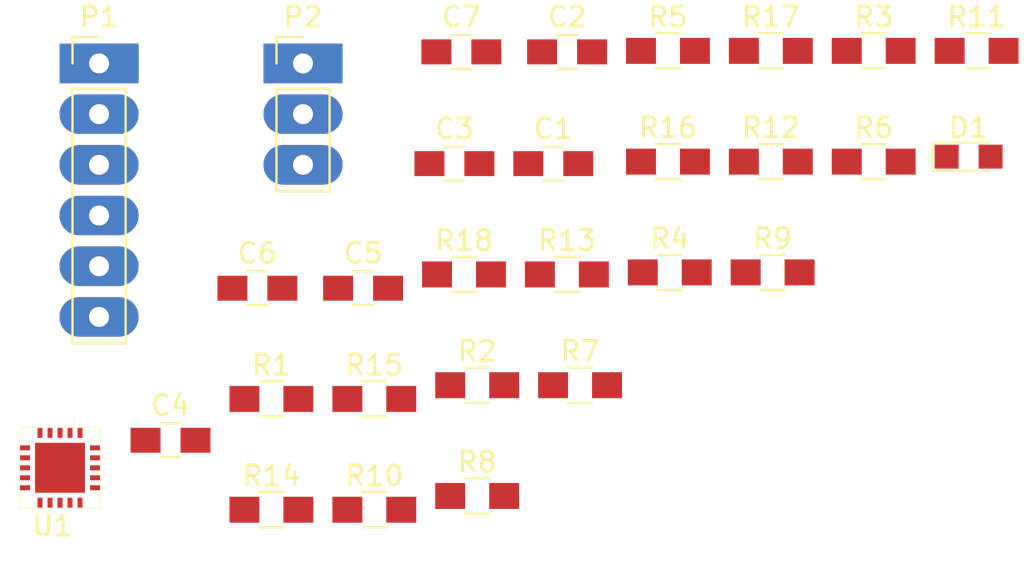
<source format=kicad_pcb>
(kicad_pcb (version 4) (host pcbnew 4.0.2-stable)

  (general
    (links 56)
    (no_connects 56)
    (area 0 0 0 0)
    (thickness 1.6)
    (drawings 0)
    (tracks 0)
    (zones 0)
    (modules 29)
    (nets 27)
  )

  (page A4)
  (layers
    (0 F.Cu signal)
    (31 B.Cu signal)
    (32 B.Adhes user)
    (33 F.Adhes user)
    (34 B.Paste user)
    (35 F.Paste user)
    (36 B.SilkS user)
    (37 F.SilkS user)
    (38 B.Mask user)
    (39 F.Mask user)
    (40 Dwgs.User user)
    (41 Cmts.User user)
    (42 Eco1.User user)
    (43 Eco2.User user)
    (44 Edge.Cuts user)
    (45 Margin user)
    (46 B.CrtYd user)
    (47 F.CrtYd user)
    (48 B.Fab user)
    (49 F.Fab user)
  )

  (setup
    (last_trace_width 0.25)
    (trace_clearance 0.2)
    (zone_clearance 0.508)
    (zone_45_only no)
    (trace_min 0.2)
    (segment_width 0.2)
    (edge_width 0.15)
    (via_size 0.6)
    (via_drill 0.4)
    (via_min_size 0.4)
    (via_min_drill 0.3)
    (uvia_size 0.3)
    (uvia_drill 0.1)
    (uvias_allowed no)
    (uvia_min_size 0.2)
    (uvia_min_drill 0.1)
    (pcb_text_width 0.3)
    (pcb_text_size 1.5 1.5)
    (mod_edge_width 0.15)
    (mod_text_size 1 1)
    (mod_text_width 0.15)
    (pad_size 1.524 1.524)
    (pad_drill 0.762)
    (pad_to_mask_clearance 0.2)
    (aux_axis_origin 0 0)
    (visible_elements FFFFFF7F)
    (pcbplotparams
      (layerselection 0x00030_80000001)
      (usegerberextensions false)
      (excludeedgelayer true)
      (linewidth 0.100000)
      (plotframeref false)
      (viasonmask false)
      (mode 1)
      (useauxorigin false)
      (hpglpennumber 1)
      (hpglpenspeed 20)
      (hpglpendiameter 15)
      (hpglpenoverlay 2)
      (psnegative false)
      (psa4output false)
      (plotreference true)
      (plotvalue true)
      (plotinvisibletext false)
      (padsonsilk false)
      (subtractmaskfromsilk false)
      (outputformat 1)
      (mirror false)
      (drillshape 1)
      (scaleselection 1)
      (outputdirectory ""))
  )

  (net 0 "")
  (net 1 "Net-(C1-Pad1)")
  (net 2 "Net-(C1-Pad2)")
  (net 3 /OPAMP+)
  (net 4 /REFOUT)
  (net 5 "Net-(C3-Pad1)")
  (net 6 /OUT)
  (net 7 VCC)
  (net 8 GND)
  (net 9 "Net-(C5-Pad1)")
  (net 10 /SW)
  (net 11 "Net-(C7-Pad1)")
  (net 12 "Net-(C7-Pad2)")
  (net 13 "Net-(D1-Pad2)")
  (net 14 /SDN)
  (net 15 /LOD+)
  (net 16 /LOD-)
  (net 17 "Net-(P2-Pad1)")
  (net 18 "Net-(P2-Pad2)")
  (net 19 "Net-(P2-Pad3)")
  (net 20 "Net-(R1-Pad1)")
  (net 21 "Net-(R3-Pad2)")
  (net 22 "Net-(R4-Pad2)")
  (net 23 /IAOUT)
  (net 24 /OPAMP-)
  (net 25 "Net-(R12-Pad1)")
  (net 26 "Net-(R17-Pad2)")

  (net_class Default "Esta es la clase de red por defecto."
    (clearance 0.2)
    (trace_width 0.25)
    (via_dia 0.6)
    (via_drill 0.4)
    (uvia_dia 0.3)
    (uvia_drill 0.1)
    (add_net /IAOUT)
    (add_net /LOD+)
    (add_net /LOD-)
    (add_net /OPAMP+)
    (add_net /OPAMP-)
    (add_net /OUT)
    (add_net /REFOUT)
    (add_net /SDN)
    (add_net /SW)
    (add_net GND)
    (add_net "Net-(C1-Pad1)")
    (add_net "Net-(C1-Pad2)")
    (add_net "Net-(C3-Pad1)")
    (add_net "Net-(C5-Pad1)")
    (add_net "Net-(C7-Pad1)")
    (add_net "Net-(C7-Pad2)")
    (add_net "Net-(D1-Pad2)")
    (add_net "Net-(P2-Pad1)")
    (add_net "Net-(P2-Pad2)")
    (add_net "Net-(P2-Pad3)")
    (add_net "Net-(R1-Pad1)")
    (add_net "Net-(R12-Pad1)")
    (add_net "Net-(R17-Pad2)")
    (add_net "Net-(R3-Pad2)")
    (add_net "Net-(R4-Pad2)")
    (add_net VCC)
  )

  (module Capacitors_SMD:C_0805_HandSoldering (layer F.Cu) (tedit 58AA84A8) (tstamp 59039EC5)
    (at 176.536601 110.7354)
    (descr "Capacitor SMD 0805, hand soldering")
    (tags "capacitor 0805")
    (path /58E96B07)
    (attr smd)
    (fp_text reference C1 (at 0 -1.75) (layer F.SilkS)
      (effects (font (size 1 1) (thickness 0.15)))
    )
    (fp_text value 1nF (at 0 1.75) (layer F.Fab)
      (effects (font (size 1 1) (thickness 0.15)))
    )
    (fp_text user %R (at 0 -1.75) (layer F.Fab)
      (effects (font (size 1 1) (thickness 0.15)))
    )
    (fp_line (start -1 0.62) (end -1 -0.62) (layer F.Fab) (width 0.1))
    (fp_line (start 1 0.62) (end -1 0.62) (layer F.Fab) (width 0.1))
    (fp_line (start 1 -0.62) (end 1 0.62) (layer F.Fab) (width 0.1))
    (fp_line (start -1 -0.62) (end 1 -0.62) (layer F.Fab) (width 0.1))
    (fp_line (start 0.5 -0.85) (end -0.5 -0.85) (layer F.SilkS) (width 0.12))
    (fp_line (start -0.5 0.85) (end 0.5 0.85) (layer F.SilkS) (width 0.12))
    (fp_line (start -2.25 -0.88) (end 2.25 -0.88) (layer F.CrtYd) (width 0.05))
    (fp_line (start -2.25 -0.88) (end -2.25 0.87) (layer F.CrtYd) (width 0.05))
    (fp_line (start 2.25 0.87) (end 2.25 -0.88) (layer F.CrtYd) (width 0.05))
    (fp_line (start 2.25 0.87) (end -2.25 0.87) (layer F.CrtYd) (width 0.05))
    (pad 1 smd rect (at -1.25 0) (size 1.5 1.25) (layers F.Cu F.Paste F.Mask)
      (net 1 "Net-(C1-Pad1)"))
    (pad 2 smd rect (at 1.25 0) (size 1.5 1.25) (layers F.Cu F.Paste F.Mask)
      (net 2 "Net-(C1-Pad2)"))
    (model Capacitors_SMD.3dshapes/C_0805.wrl
      (at (xyz 0 0 0))
      (scale (xyz 1 1 1))
      (rotate (xyz 0 0 0))
    )
  )

  (module Capacitors_SMD:C_0805_HandSoldering (layer F.Cu) (tedit 58AA84A8) (tstamp 59039ED6)
    (at 177.226601 105.1354)
    (descr "Capacitor SMD 0805, hand soldering")
    (tags "capacitor 0805")
    (path /58E96AC8)
    (attr smd)
    (fp_text reference C2 (at 0 -1.75) (layer F.SilkS)
      (effects (font (size 1 1) (thickness 0.15)))
    )
    (fp_text value 10nF (at 0 1.75) (layer F.Fab)
      (effects (font (size 1 1) (thickness 0.15)))
    )
    (fp_text user %R (at 0 -1.75) (layer F.Fab)
      (effects (font (size 1 1) (thickness 0.15)))
    )
    (fp_line (start -1 0.62) (end -1 -0.62) (layer F.Fab) (width 0.1))
    (fp_line (start 1 0.62) (end -1 0.62) (layer F.Fab) (width 0.1))
    (fp_line (start 1 -0.62) (end 1 0.62) (layer F.Fab) (width 0.1))
    (fp_line (start -1 -0.62) (end 1 -0.62) (layer F.Fab) (width 0.1))
    (fp_line (start 0.5 -0.85) (end -0.5 -0.85) (layer F.SilkS) (width 0.12))
    (fp_line (start -0.5 0.85) (end 0.5 0.85) (layer F.SilkS) (width 0.12))
    (fp_line (start -2.25 -0.88) (end 2.25 -0.88) (layer F.CrtYd) (width 0.05))
    (fp_line (start -2.25 -0.88) (end -2.25 0.87) (layer F.CrtYd) (width 0.05))
    (fp_line (start 2.25 0.87) (end 2.25 -0.88) (layer F.CrtYd) (width 0.05))
    (fp_line (start 2.25 0.87) (end -2.25 0.87) (layer F.CrtYd) (width 0.05))
    (pad 1 smd rect (at -1.25 0) (size 1.5 1.25) (layers F.Cu F.Paste F.Mask)
      (net 3 /OPAMP+))
    (pad 2 smd rect (at 1.25 0) (size 1.5 1.25) (layers F.Cu F.Paste F.Mask)
      (net 4 /REFOUT))
    (model Capacitors_SMD.3dshapes/C_0805.wrl
      (at (xyz 0 0 0))
      (scale (xyz 1 1 1))
      (rotate (xyz 0 0 0))
    )
  )

  (module Capacitors_SMD:C_0805_HandSoldering (layer F.Cu) (tedit 58AA84A8) (tstamp 59039EE7)
    (at 171.586601 110.7354)
    (descr "Capacitor SMD 0805, hand soldering")
    (tags "capacitor 0805")
    (path /58E96B94)
    (attr smd)
    (fp_text reference C3 (at 0 -1.75) (layer F.SilkS)
      (effects (font (size 1 1) (thickness 0.15)))
    )
    (fp_text value 1,5nF (at 0 1.75) (layer F.Fab)
      (effects (font (size 1 1) (thickness 0.15)))
    )
    (fp_text user %R (at 0 -1.75) (layer F.Fab)
      (effects (font (size 1 1) (thickness 0.15)))
    )
    (fp_line (start -1 0.62) (end -1 -0.62) (layer F.Fab) (width 0.1))
    (fp_line (start 1 0.62) (end -1 0.62) (layer F.Fab) (width 0.1))
    (fp_line (start 1 -0.62) (end 1 0.62) (layer F.Fab) (width 0.1))
    (fp_line (start -1 -0.62) (end 1 -0.62) (layer F.Fab) (width 0.1))
    (fp_line (start 0.5 -0.85) (end -0.5 -0.85) (layer F.SilkS) (width 0.12))
    (fp_line (start -0.5 0.85) (end 0.5 0.85) (layer F.SilkS) (width 0.12))
    (fp_line (start -2.25 -0.88) (end 2.25 -0.88) (layer F.CrtYd) (width 0.05))
    (fp_line (start -2.25 -0.88) (end -2.25 0.87) (layer F.CrtYd) (width 0.05))
    (fp_line (start 2.25 0.87) (end 2.25 -0.88) (layer F.CrtYd) (width 0.05))
    (fp_line (start 2.25 0.87) (end -2.25 0.87) (layer F.CrtYd) (width 0.05))
    (pad 1 smd rect (at -1.25 0) (size 1.5 1.25) (layers F.Cu F.Paste F.Mask)
      (net 5 "Net-(C3-Pad1)"))
    (pad 2 smd rect (at 1.25 0) (size 1.5 1.25) (layers F.Cu F.Paste F.Mask)
      (net 6 /OUT))
    (model Capacitors_SMD.3dshapes/C_0805.wrl
      (at (xyz 0 0 0))
      (scale (xyz 1 1 1))
      (rotate (xyz 0 0 0))
    )
  )

  (module Capacitors_SMD:C_0805_HandSoldering (layer F.Cu) (tedit 58AA84A8) (tstamp 59039EF8)
    (at 157.376601 124.5954)
    (descr "Capacitor SMD 0805, hand soldering")
    (tags "capacitor 0805")
    (path /58E96CB8)
    (attr smd)
    (fp_text reference C4 (at 0 -1.75) (layer F.SilkS)
      (effects (font (size 1 1) (thickness 0.15)))
    )
    (fp_text value 0,1uF (at 0 1.75) (layer F.Fab)
      (effects (font (size 1 1) (thickness 0.15)))
    )
    (fp_text user %R (at 0 -1.75) (layer F.Fab)
      (effects (font (size 1 1) (thickness 0.15)))
    )
    (fp_line (start -1 0.62) (end -1 -0.62) (layer F.Fab) (width 0.1))
    (fp_line (start 1 0.62) (end -1 0.62) (layer F.Fab) (width 0.1))
    (fp_line (start 1 -0.62) (end 1 0.62) (layer F.Fab) (width 0.1))
    (fp_line (start -1 -0.62) (end 1 -0.62) (layer F.Fab) (width 0.1))
    (fp_line (start 0.5 -0.85) (end -0.5 -0.85) (layer F.SilkS) (width 0.12))
    (fp_line (start -0.5 0.85) (end 0.5 0.85) (layer F.SilkS) (width 0.12))
    (fp_line (start -2.25 -0.88) (end 2.25 -0.88) (layer F.CrtYd) (width 0.05))
    (fp_line (start -2.25 -0.88) (end -2.25 0.87) (layer F.CrtYd) (width 0.05))
    (fp_line (start 2.25 0.87) (end 2.25 -0.88) (layer F.CrtYd) (width 0.05))
    (fp_line (start 2.25 0.87) (end -2.25 0.87) (layer F.CrtYd) (width 0.05))
    (pad 1 smd rect (at -1.25 0) (size 1.5 1.25) (layers F.Cu F.Paste F.Mask)
      (net 7 VCC))
    (pad 2 smd rect (at 1.25 0) (size 1.5 1.25) (layers F.Cu F.Paste F.Mask)
      (net 8 GND))
    (model Capacitors_SMD.3dshapes/C_0805.wrl
      (at (xyz 0 0 0))
      (scale (xyz 1 1 1))
      (rotate (xyz 0 0 0))
    )
  )

  (module Capacitors_SMD:C_0805_HandSoldering (layer F.Cu) (tedit 58AA84A8) (tstamp 59039F09)
    (at 167.016601 116.9754)
    (descr "Capacitor SMD 0805, hand soldering")
    (tags "capacitor 0805")
    (path /58E96D2D)
    (attr smd)
    (fp_text reference C5 (at 0 -1.75) (layer F.SilkS)
      (effects (font (size 1 1) (thickness 0.15)))
    )
    (fp_text value 0,1uF (at 0 1.75) (layer F.Fab)
      (effects (font (size 1 1) (thickness 0.15)))
    )
    (fp_text user %R (at 0 -1.75) (layer F.Fab)
      (effects (font (size 1 1) (thickness 0.15)))
    )
    (fp_line (start -1 0.62) (end -1 -0.62) (layer F.Fab) (width 0.1))
    (fp_line (start 1 0.62) (end -1 0.62) (layer F.Fab) (width 0.1))
    (fp_line (start 1 -0.62) (end 1 0.62) (layer F.Fab) (width 0.1))
    (fp_line (start -1 -0.62) (end 1 -0.62) (layer F.Fab) (width 0.1))
    (fp_line (start 0.5 -0.85) (end -0.5 -0.85) (layer F.SilkS) (width 0.12))
    (fp_line (start -0.5 0.85) (end 0.5 0.85) (layer F.SilkS) (width 0.12))
    (fp_line (start -2.25 -0.88) (end 2.25 -0.88) (layer F.CrtYd) (width 0.05))
    (fp_line (start -2.25 -0.88) (end -2.25 0.87) (layer F.CrtYd) (width 0.05))
    (fp_line (start 2.25 0.87) (end 2.25 -0.88) (layer F.CrtYd) (width 0.05))
    (fp_line (start 2.25 0.87) (end -2.25 0.87) (layer F.CrtYd) (width 0.05))
    (pad 1 smd rect (at -1.25 0) (size 1.5 1.25) (layers F.Cu F.Paste F.Mask)
      (net 9 "Net-(C5-Pad1)"))
    (pad 2 smd rect (at 1.25 0) (size 1.5 1.25) (layers F.Cu F.Paste F.Mask)
      (net 8 GND))
    (model Capacitors_SMD.3dshapes/C_0805.wrl
      (at (xyz 0 0 0))
      (scale (xyz 1 1 1))
      (rotate (xyz 0 0 0))
    )
  )

  (module Capacitors_SMD:C_0805_HandSoldering (layer F.Cu) (tedit 58AA84A8) (tstamp 59039F1A)
    (at 161.724219 116.9754)
    (descr "Capacitor SMD 0805, hand soldering")
    (tags "capacitor 0805")
    (path /58E96C2D)
    (attr smd)
    (fp_text reference C6 (at 0 -1.75) (layer F.SilkS)
      (effects (font (size 1 1) (thickness 0.15)))
    )
    (fp_text value 0,33uF (at 0 1.75) (layer F.Fab)
      (effects (font (size 1 1) (thickness 0.15)))
    )
    (fp_text user %R (at 0 -1.75) (layer F.Fab)
      (effects (font (size 1 1) (thickness 0.15)))
    )
    (fp_line (start -1 0.62) (end -1 -0.62) (layer F.Fab) (width 0.1))
    (fp_line (start 1 0.62) (end -1 0.62) (layer F.Fab) (width 0.1))
    (fp_line (start 1 -0.62) (end 1 0.62) (layer F.Fab) (width 0.1))
    (fp_line (start -1 -0.62) (end 1 -0.62) (layer F.Fab) (width 0.1))
    (fp_line (start 0.5 -0.85) (end -0.5 -0.85) (layer F.SilkS) (width 0.12))
    (fp_line (start -0.5 0.85) (end 0.5 0.85) (layer F.SilkS) (width 0.12))
    (fp_line (start -2.25 -0.88) (end 2.25 -0.88) (layer F.CrtYd) (width 0.05))
    (fp_line (start -2.25 -0.88) (end -2.25 0.87) (layer F.CrtYd) (width 0.05))
    (fp_line (start 2.25 0.87) (end 2.25 -0.88) (layer F.CrtYd) (width 0.05))
    (fp_line (start 2.25 0.87) (end -2.25 0.87) (layer F.CrtYd) (width 0.05))
    (pad 1 smd rect (at -1.25 0) (size 1.5 1.25) (layers F.Cu F.Paste F.Mask)
      (net 4 /REFOUT))
    (pad 2 smd rect (at 1.25 0) (size 1.5 1.25) (layers F.Cu F.Paste F.Mask)
      (net 10 /SW))
    (model Capacitors_SMD.3dshapes/C_0805.wrl
      (at (xyz 0 0 0))
      (scale (xyz 1 1 1))
      (rotate (xyz 0 0 0))
    )
  )

  (module Capacitors_SMD:C_0805_HandSoldering (layer F.Cu) (tedit 58AA84A8) (tstamp 59039F2B)
    (at 171.934219 105.1354)
    (descr "Capacitor SMD 0805, hand soldering")
    (tags "capacitor 0805")
    (path /58E96D74)
    (attr smd)
    (fp_text reference C7 (at 0 -1.75) (layer F.SilkS)
      (effects (font (size 1 1) (thickness 0.15)))
    )
    (fp_text value 0,33uF (at 0 1.75) (layer F.Fab)
      (effects (font (size 1 1) (thickness 0.15)))
    )
    (fp_text user %R (at 0 -1.75) (layer F.Fab)
      (effects (font (size 1 1) (thickness 0.15)))
    )
    (fp_line (start -1 0.62) (end -1 -0.62) (layer F.Fab) (width 0.1))
    (fp_line (start 1 0.62) (end -1 0.62) (layer F.Fab) (width 0.1))
    (fp_line (start 1 -0.62) (end 1 0.62) (layer F.Fab) (width 0.1))
    (fp_line (start -1 -0.62) (end 1 -0.62) (layer F.Fab) (width 0.1))
    (fp_line (start 0.5 -0.85) (end -0.5 -0.85) (layer F.SilkS) (width 0.12))
    (fp_line (start -0.5 0.85) (end 0.5 0.85) (layer F.SilkS) (width 0.12))
    (fp_line (start -2.25 -0.88) (end 2.25 -0.88) (layer F.CrtYd) (width 0.05))
    (fp_line (start -2.25 -0.88) (end -2.25 0.87) (layer F.CrtYd) (width 0.05))
    (fp_line (start 2.25 0.87) (end 2.25 -0.88) (layer F.CrtYd) (width 0.05))
    (fp_line (start 2.25 0.87) (end -2.25 0.87) (layer F.CrtYd) (width 0.05))
    (pad 1 smd rect (at -1.25 0) (size 1.5 1.25) (layers F.Cu F.Paste F.Mask)
      (net 11 "Net-(C7-Pad1)"))
    (pad 2 smd rect (at 1.25 0) (size 1.5 1.25) (layers F.Cu F.Paste F.Mask)
      (net 12 "Net-(C7-Pad2)"))
    (model Capacitors_SMD.3dshapes/C_0805.wrl
      (at (xyz 0 0 0))
      (scale (xyz 1 1 1))
      (rotate (xyz 0 0 0))
    )
  )

  (module LEDs:LED_0805 (layer F.Cu) (tedit 57FE93EC) (tstamp 59039F40)
    (at 197.326601 110.3854)
    (descr "LED 0805 smd package")
    (tags "LED led 0805 SMD smd SMT smt smdled SMDLED smtled SMTLED")
    (path /58EA07F3)
    (attr smd)
    (fp_text reference D1 (at 0 -1.45) (layer F.SilkS)
      (effects (font (size 1 1) (thickness 0.15)))
    )
    (fp_text value LED (at 0 1.55) (layer F.Fab)
      (effects (font (size 1 1) (thickness 0.15)))
    )
    (fp_line (start -1.8 -0.7) (end -1.8 0.7) (layer F.SilkS) (width 0.12))
    (fp_line (start -0.4 -0.4) (end -0.4 0.4) (layer F.Fab) (width 0.1))
    (fp_line (start -0.4 0) (end 0.2 -0.4) (layer F.Fab) (width 0.1))
    (fp_line (start 0.2 0.4) (end -0.4 0) (layer F.Fab) (width 0.1))
    (fp_line (start 0.2 -0.4) (end 0.2 0.4) (layer F.Fab) (width 0.1))
    (fp_line (start 1 0.6) (end -1 0.6) (layer F.Fab) (width 0.1))
    (fp_line (start 1 -0.6) (end 1 0.6) (layer F.Fab) (width 0.1))
    (fp_line (start -1 -0.6) (end 1 -0.6) (layer F.Fab) (width 0.1))
    (fp_line (start -1 0.6) (end -1 -0.6) (layer F.Fab) (width 0.1))
    (fp_line (start -1.8 0.7) (end 1 0.7) (layer F.SilkS) (width 0.12))
    (fp_line (start -1.8 -0.7) (end 1 -0.7) (layer F.SilkS) (width 0.12))
    (fp_line (start 1.95 -0.85) (end 1.95 0.85) (layer F.CrtYd) (width 0.05))
    (fp_line (start 1.95 0.85) (end -1.95 0.85) (layer F.CrtYd) (width 0.05))
    (fp_line (start -1.95 0.85) (end -1.95 -0.85) (layer F.CrtYd) (width 0.05))
    (fp_line (start -1.95 -0.85) (end 1.95 -0.85) (layer F.CrtYd) (width 0.05))
    (pad 2 smd rect (at 1.1 0 180) (size 1.2 1.2) (layers F.Cu F.Paste F.Mask)
      (net 13 "Net-(D1-Pad2)"))
    (pad 1 smd rect (at -1.1 0 180) (size 1.2 1.2) (layers F.Cu F.Paste F.Mask)
      (net 8 GND))
    (model LEDs.3dshapes/LED_0805.wrl
      (at (xyz 0 0 0))
      (scale (xyz 1 1 1))
      (rotate (xyz 0 0 180))
    )
  )

  (module Huellas:Pin_Header_Straight_1x06_Pitch2.54mm (layer F.Cu) (tedit 58F9BE73) (tstamp 59039F59)
    (at 153.799933 105.7154)
    (descr "Through hole straight pin header, 1x06, 2.54mm pitch, single row")
    (tags "Through hole pin header THT 1x06 2.54mm single row")
    (path /58F99FFE)
    (fp_text reference P1 (at 0 -2.33) (layer F.SilkS)
      (effects (font (size 1 1) (thickness 0.15)))
    )
    (fp_text value CONN_01X06 (at 0 15.03) (layer F.Fab)
      (effects (font (size 1 1) (thickness 0.15)))
    )
    (fp_line (start -1.27 -1.27) (end -1.27 13.97) (layer F.Fab) (width 0.1))
    (fp_line (start -1.27 13.97) (end 1.27 13.97) (layer F.Fab) (width 0.1))
    (fp_line (start 1.27 13.97) (end 1.27 -1.27) (layer F.Fab) (width 0.1))
    (fp_line (start 1.27 -1.27) (end -1.27 -1.27) (layer F.Fab) (width 0.1))
    (fp_line (start -1.33 1.27) (end -1.33 14.03) (layer F.SilkS) (width 0.12))
    (fp_line (start -1.33 14.03) (end 1.33 14.03) (layer F.SilkS) (width 0.12))
    (fp_line (start 1.33 14.03) (end 1.33 1.27) (layer F.SilkS) (width 0.12))
    (fp_line (start 1.33 1.27) (end -1.33 1.27) (layer F.SilkS) (width 0.12))
    (fp_line (start -1.33 0) (end -1.33 -1.33) (layer F.SilkS) (width 0.12))
    (fp_line (start -1.33 -1.33) (end 0 -1.33) (layer F.SilkS) (width 0.12))
    (fp_line (start -1.8 -1.8) (end -1.8 14.5) (layer F.CrtYd) (width 0.05))
    (fp_line (start -1.8 14.5) (end 1.8 14.5) (layer F.CrtYd) (width 0.05))
    (fp_line (start 1.8 14.5) (end 1.8 -1.8) (layer F.CrtYd) (width 0.05))
    (fp_line (start 1.8 -1.8) (end -1.8 -1.8) (layer F.CrtYd) (width 0.05))
    (fp_text user %R (at 0 -2.33) (layer F.Fab)
      (effects (font (size 1 1) (thickness 0.15)))
    )
    (pad 1 thru_hole rect (at 0 0) (size 3.96 1.98) (drill 1) (layers *.Cu *.Mask)
      (net 14 /SDN))
    (pad 2 thru_hole oval (at 0 2.54) (size 3.96 1.98) (drill 1) (layers *.Cu *.Mask)
      (net 15 /LOD+))
    (pad 3 thru_hole oval (at 0 5.08) (size 3.96 1.98) (drill 1) (layers *.Cu *.Mask)
      (net 16 /LOD-))
    (pad 4 thru_hole oval (at 0 7.62) (size 3.96 1.98) (drill 1) (layers *.Cu *.Mask)
      (net 6 /OUT))
    (pad 5 thru_hole oval (at 0 10.16) (size 3.96 1.98) (drill 1) (layers *.Cu *.Mask)
      (net 7 VCC))
    (pad 6 thru_hole oval (at 0 12.7) (size 3.96 1.98) (drill 1) (layers *.Cu *.Mask)
      (net 8 GND))
    (model ${KISYS3DMOD}/Pin_Headers.3dshapes/Pin_Header_Straight_1x06_Pitch2.54mm.wrl
      (at (xyz 0 -0.25 0))
      (scale (xyz 1 1 1))
      (rotate (xyz 0 0 90))
    )
  )

  (module Huellas:Pin_Header_Straight_1x03_Pitch2.54mm (layer F.Cu) (tedit 58FE0566) (tstamp 59039F6F)
    (at 164.009933 105.7154)
    (descr "Through hole straight pin header, 1x03, 2.54mm pitch, single row")
    (tags "Through hole pin header THT 1x03 2.54mm single row")
    (path /58F66864)
    (fp_text reference P2 (at 0 -2.33) (layer F.SilkS)
      (effects (font (size 1 1) (thickness 0.15)))
    )
    (fp_text value CONN_01X03 (at 0 7.41) (layer F.Fab)
      (effects (font (size 1 1) (thickness 0.15)))
    )
    (fp_line (start -1.27 -1.27) (end -1.27 6.35) (layer F.Fab) (width 0.1))
    (fp_line (start -1.27 6.35) (end 1.27 6.35) (layer F.Fab) (width 0.1))
    (fp_line (start 1.27 6.35) (end 1.27 -1.27) (layer F.Fab) (width 0.1))
    (fp_line (start 1.27 -1.27) (end -1.27 -1.27) (layer F.Fab) (width 0.1))
    (fp_line (start -1.33 1.27) (end -1.33 6.41) (layer F.SilkS) (width 0.12))
    (fp_line (start -1.33 6.41) (end 1.33 6.41) (layer F.SilkS) (width 0.12))
    (fp_line (start 1.33 6.41) (end 1.33 1.27) (layer F.SilkS) (width 0.12))
    (fp_line (start 1.33 1.27) (end -1.33 1.27) (layer F.SilkS) (width 0.12))
    (fp_line (start -1.33 0) (end -1.33 -1.33) (layer F.SilkS) (width 0.12))
    (fp_line (start -1.33 -1.33) (end 0 -1.33) (layer F.SilkS) (width 0.12))
    (fp_line (start -1.8 -1.8) (end -1.8 6.85) (layer F.CrtYd) (width 0.05))
    (fp_line (start -1.8 6.85) (end 1.8 6.85) (layer F.CrtYd) (width 0.05))
    (fp_line (start 1.8 6.85) (end 1.8 -1.8) (layer F.CrtYd) (width 0.05))
    (fp_line (start 1.8 -1.8) (end -1.8 -1.8) (layer F.CrtYd) (width 0.05))
    (fp_text user %R (at 0 -2.33) (layer F.Fab)
      (effects (font (size 1 1) (thickness 0.15)))
    )
    (pad 1 thru_hole rect (at 0 0) (size 3.96 1.98) (drill 1) (layers *.Cu *.Mask)
      (net 17 "Net-(P2-Pad1)"))
    (pad 2 thru_hole oval (at 0 2.54) (size 3.96 1.98) (drill 1) (layers *.Cu *.Mask)
      (net 18 "Net-(P2-Pad2)"))
    (pad 3 thru_hole oval (at 0 5.08) (size 3.96 1.98) (drill 1) (layers *.Cu *.Mask)
      (net 19 "Net-(P2-Pad3)"))
    (model ${KISYS3DMOD}/Pin_Headers.3dshapes/Pin_Header_Straight_1x03_Pitch2.54mm.wrl
      (at (xyz 0 -0.1 0))
      (scale (xyz 1 1 1))
      (rotate (xyz 0 0 90))
    )
  )

  (module Resistors_SMD:R_0805_HandSoldering (layer F.Cu) (tedit 58E0A804) (tstamp 59039F80)
    (at 162.426601 122.5254)
    (descr "Resistor SMD 0805, hand soldering")
    (tags "resistor 0805")
    (path /58E964B0)
    (attr smd)
    (fp_text reference R1 (at 0 -1.7) (layer F.SilkS)
      (effects (font (size 1 1) (thickness 0.15)))
    )
    (fp_text value 10M (at 0 1.75) (layer F.Fab)
      (effects (font (size 1 1) (thickness 0.15)))
    )
    (fp_text user %R (at 0 0) (layer F.Fab)
      (effects (font (size 0.5 0.5) (thickness 0.075)))
    )
    (fp_line (start -1 0.62) (end -1 -0.62) (layer F.Fab) (width 0.1))
    (fp_line (start 1 0.62) (end -1 0.62) (layer F.Fab) (width 0.1))
    (fp_line (start 1 -0.62) (end 1 0.62) (layer F.Fab) (width 0.1))
    (fp_line (start -1 -0.62) (end 1 -0.62) (layer F.Fab) (width 0.1))
    (fp_line (start 0.6 0.88) (end -0.6 0.88) (layer F.SilkS) (width 0.12))
    (fp_line (start -0.6 -0.88) (end 0.6 -0.88) (layer F.SilkS) (width 0.12))
    (fp_line (start -2.35 -0.9) (end 2.35 -0.9) (layer F.CrtYd) (width 0.05))
    (fp_line (start -2.35 -0.9) (end -2.35 0.9) (layer F.CrtYd) (width 0.05))
    (fp_line (start 2.35 0.9) (end 2.35 -0.9) (layer F.CrtYd) (width 0.05))
    (fp_line (start 2.35 0.9) (end -2.35 0.9) (layer F.CrtYd) (width 0.05))
    (pad 1 smd rect (at -1.35 0) (size 1.5 1.3) (layers F.Cu F.Paste F.Mask)
      (net 20 "Net-(R1-Pad1)"))
    (pad 2 smd rect (at 1.35 0) (size 1.5 1.3) (layers F.Cu F.Paste F.Mask)
      (net 18 "Net-(P2-Pad2)"))
    (model ${KISYS3DMOD}/Resistors_SMD.3dshapes/R_0805.wrl
      (at (xyz 0 0 0))
      (scale (xyz 1 1 1))
      (rotate (xyz 0 0 0))
    )
  )

  (module Resistors_SMD:R_0805_HandSoldering (layer F.Cu) (tedit 58E0A804) (tstamp 59039F91)
    (at 172.726601 121.8354)
    (descr "Resistor SMD 0805, hand soldering")
    (tags "resistor 0805")
    (path /58E9653B)
    (attr smd)
    (fp_text reference R2 (at 0 -1.7) (layer F.SilkS)
      (effects (font (size 1 1) (thickness 0.15)))
    )
    (fp_text value 10M (at 0 1.75) (layer F.Fab)
      (effects (font (size 1 1) (thickness 0.15)))
    )
    (fp_text user %R (at 0 0) (layer F.Fab)
      (effects (font (size 0.5 0.5) (thickness 0.075)))
    )
    (fp_line (start -1 0.62) (end -1 -0.62) (layer F.Fab) (width 0.1))
    (fp_line (start 1 0.62) (end -1 0.62) (layer F.Fab) (width 0.1))
    (fp_line (start 1 -0.62) (end 1 0.62) (layer F.Fab) (width 0.1))
    (fp_line (start -1 -0.62) (end 1 -0.62) (layer F.Fab) (width 0.1))
    (fp_line (start 0.6 0.88) (end -0.6 0.88) (layer F.SilkS) (width 0.12))
    (fp_line (start -0.6 -0.88) (end 0.6 -0.88) (layer F.SilkS) (width 0.12))
    (fp_line (start -2.35 -0.9) (end 2.35 -0.9) (layer F.CrtYd) (width 0.05))
    (fp_line (start -2.35 -0.9) (end -2.35 0.9) (layer F.CrtYd) (width 0.05))
    (fp_line (start 2.35 0.9) (end 2.35 -0.9) (layer F.CrtYd) (width 0.05))
    (fp_line (start 2.35 0.9) (end -2.35 0.9) (layer F.CrtYd) (width 0.05))
    (pad 1 smd rect (at -1.35 0) (size 1.5 1.3) (layers F.Cu F.Paste F.Mask)
      (net 20 "Net-(R1-Pad1)"))
    (pad 2 smd rect (at 1.35 0) (size 1.5 1.3) (layers F.Cu F.Paste F.Mask)
      (net 19 "Net-(P2-Pad3)"))
    (model ${KISYS3DMOD}/Resistors_SMD.3dshapes/R_0805.wrl
      (at (xyz 0 0 0))
      (scale (xyz 1 1 1))
      (rotate (xyz 0 0 0))
    )
  )

  (module Resistors_SMD:R_0805_HandSoldering (layer F.Cu) (tedit 58E0A804) (tstamp 59039FA2)
    (at 192.576601 105.0854)
    (descr "Resistor SMD 0805, hand soldering")
    (tags "resistor 0805")
    (path /58E9641B)
    (attr smd)
    (fp_text reference R3 (at 0 -1.7) (layer F.SilkS)
      (effects (font (size 1 1) (thickness 0.15)))
    )
    (fp_text value 180K (at 0 1.75) (layer F.Fab)
      (effects (font (size 1 1) (thickness 0.15)))
    )
    (fp_text user %R (at 0 0) (layer F.Fab)
      (effects (font (size 0.5 0.5) (thickness 0.075)))
    )
    (fp_line (start -1 0.62) (end -1 -0.62) (layer F.Fab) (width 0.1))
    (fp_line (start 1 0.62) (end -1 0.62) (layer F.Fab) (width 0.1))
    (fp_line (start 1 -0.62) (end 1 0.62) (layer F.Fab) (width 0.1))
    (fp_line (start -1 -0.62) (end 1 -0.62) (layer F.Fab) (width 0.1))
    (fp_line (start 0.6 0.88) (end -0.6 0.88) (layer F.SilkS) (width 0.12))
    (fp_line (start -0.6 -0.88) (end 0.6 -0.88) (layer F.SilkS) (width 0.12))
    (fp_line (start -2.35 -0.9) (end 2.35 -0.9) (layer F.CrtYd) (width 0.05))
    (fp_line (start -2.35 -0.9) (end -2.35 0.9) (layer F.CrtYd) (width 0.05))
    (fp_line (start 2.35 0.9) (end 2.35 -0.9) (layer F.CrtYd) (width 0.05))
    (fp_line (start 2.35 0.9) (end -2.35 0.9) (layer F.CrtYd) (width 0.05))
    (pad 1 smd rect (at -1.35 0) (size 1.5 1.3) (layers F.Cu F.Paste F.Mask)
      (net 19 "Net-(P2-Pad3)"))
    (pad 2 smd rect (at 1.35 0) (size 1.5 1.3) (layers F.Cu F.Paste F.Mask)
      (net 21 "Net-(R3-Pad2)"))
    (model ${KISYS3DMOD}/Resistors_SMD.3dshapes/R_0805.wrl
      (at (xyz 0 0 0))
      (scale (xyz 1 1 1))
      (rotate (xyz 0 0 0))
    )
  )

  (module Resistors_SMD:R_0805_HandSoldering (layer F.Cu) (tedit 58E0A804) (tstamp 59039FB3)
    (at 182.366601 116.1854)
    (descr "Resistor SMD 0805, hand soldering")
    (tags "resistor 0805")
    (path /58E96450)
    (attr smd)
    (fp_text reference R4 (at 0 -1.7) (layer F.SilkS)
      (effects (font (size 1 1) (thickness 0.15)))
    )
    (fp_text value 180K (at 0 1.75) (layer F.Fab)
      (effects (font (size 1 1) (thickness 0.15)))
    )
    (fp_text user %R (at 0 0) (layer F.Fab)
      (effects (font (size 0.5 0.5) (thickness 0.075)))
    )
    (fp_line (start -1 0.62) (end -1 -0.62) (layer F.Fab) (width 0.1))
    (fp_line (start 1 0.62) (end -1 0.62) (layer F.Fab) (width 0.1))
    (fp_line (start 1 -0.62) (end 1 0.62) (layer F.Fab) (width 0.1))
    (fp_line (start -1 -0.62) (end 1 -0.62) (layer F.Fab) (width 0.1))
    (fp_line (start 0.6 0.88) (end -0.6 0.88) (layer F.SilkS) (width 0.12))
    (fp_line (start -0.6 -0.88) (end 0.6 -0.88) (layer F.SilkS) (width 0.12))
    (fp_line (start -2.35 -0.9) (end 2.35 -0.9) (layer F.CrtYd) (width 0.05))
    (fp_line (start -2.35 -0.9) (end -2.35 0.9) (layer F.CrtYd) (width 0.05))
    (fp_line (start 2.35 0.9) (end 2.35 -0.9) (layer F.CrtYd) (width 0.05))
    (fp_line (start 2.35 0.9) (end -2.35 0.9) (layer F.CrtYd) (width 0.05))
    (pad 1 smd rect (at -1.35 0) (size 1.5 1.3) (layers F.Cu F.Paste F.Mask)
      (net 18 "Net-(P2-Pad2)"))
    (pad 2 smd rect (at 1.35 0) (size 1.5 1.3) (layers F.Cu F.Paste F.Mask)
      (net 22 "Net-(R4-Pad2)"))
    (model ${KISYS3DMOD}/Resistors_SMD.3dshapes/R_0805.wrl
      (at (xyz 0 0 0))
      (scale (xyz 1 1 1))
      (rotate (xyz 0 0 0))
    )
  )

  (module Resistors_SMD:R_0805_HandSoldering (layer F.Cu) (tedit 58E0A804) (tstamp 59039FC4)
    (at 182.276601 105.0854)
    (descr "Resistor SMD 0805, hand soldering")
    (tags "resistor 0805")
    (path /58E96564)
    (attr smd)
    (fp_text reference R5 (at 0 -1.7) (layer F.SilkS)
      (effects (font (size 1 1) (thickness 0.15)))
    )
    (fp_text value 360K (at 0 1.75) (layer F.Fab)
      (effects (font (size 1 1) (thickness 0.15)))
    )
    (fp_text user %R (at 0 0) (layer F.Fab)
      (effects (font (size 0.5 0.5) (thickness 0.075)))
    )
    (fp_line (start -1 0.62) (end -1 -0.62) (layer F.Fab) (width 0.1))
    (fp_line (start 1 0.62) (end -1 0.62) (layer F.Fab) (width 0.1))
    (fp_line (start 1 -0.62) (end 1 0.62) (layer F.Fab) (width 0.1))
    (fp_line (start -1 -0.62) (end 1 -0.62) (layer F.Fab) (width 0.1))
    (fp_line (start 0.6 0.88) (end -0.6 0.88) (layer F.SilkS) (width 0.12))
    (fp_line (start -0.6 -0.88) (end 0.6 -0.88) (layer F.SilkS) (width 0.12))
    (fp_line (start -2.35 -0.9) (end 2.35 -0.9) (layer F.CrtYd) (width 0.05))
    (fp_line (start -2.35 -0.9) (end -2.35 0.9) (layer F.CrtYd) (width 0.05))
    (fp_line (start 2.35 0.9) (end 2.35 -0.9) (layer F.CrtYd) (width 0.05))
    (fp_line (start 2.35 0.9) (end -2.35 0.9) (layer F.CrtYd) (width 0.05))
    (pad 1 smd rect (at -1.35 0) (size 1.5 1.3) (layers F.Cu F.Paste F.Mask)
      (net 17 "Net-(P2-Pad1)"))
    (pad 2 smd rect (at 1.35 0) (size 1.5 1.3) (layers F.Cu F.Paste F.Mask)
      (net 2 "Net-(C1-Pad2)"))
    (model ${KISYS3DMOD}/Resistors_SMD.3dshapes/R_0805.wrl
      (at (xyz 0 0 0))
      (scale (xyz 1 1 1))
      (rotate (xyz 0 0 0))
    )
  )

  (module Resistors_SMD:R_0805_HandSoldering (layer F.Cu) (tedit 58E0A804) (tstamp 59039FD5)
    (at 192.576601 110.6354)
    (descr "Resistor SMD 0805, hand soldering")
    (tags "resistor 0805")
    (path /58E967D1)
    (attr smd)
    (fp_text reference R6 (at 0 -1.7) (layer F.SilkS)
      (effects (font (size 1 1) (thickness 0.15)))
    )
    (fp_text value 1M (at 0 1.75) (layer F.Fab)
      (effects (font (size 1 1) (thickness 0.15)))
    )
    (fp_text user %R (at 0 0) (layer F.Fab)
      (effects (font (size 0.5 0.5) (thickness 0.075)))
    )
    (fp_line (start -1 0.62) (end -1 -0.62) (layer F.Fab) (width 0.1))
    (fp_line (start 1 0.62) (end -1 0.62) (layer F.Fab) (width 0.1))
    (fp_line (start 1 -0.62) (end 1 0.62) (layer F.Fab) (width 0.1))
    (fp_line (start -1 -0.62) (end 1 -0.62) (layer F.Fab) (width 0.1))
    (fp_line (start 0.6 0.88) (end -0.6 0.88) (layer F.SilkS) (width 0.12))
    (fp_line (start -0.6 -0.88) (end 0.6 -0.88) (layer F.SilkS) (width 0.12))
    (fp_line (start -2.35 -0.9) (end 2.35 -0.9) (layer F.CrtYd) (width 0.05))
    (fp_line (start -2.35 -0.9) (end -2.35 0.9) (layer F.CrtYd) (width 0.05))
    (fp_line (start 2.35 0.9) (end 2.35 -0.9) (layer F.CrtYd) (width 0.05))
    (fp_line (start 2.35 0.9) (end -2.35 0.9) (layer F.CrtYd) (width 0.05))
    (pad 1 smd rect (at -1.35 0) (size 1.5 1.3) (layers F.Cu F.Paste F.Mask)
      (net 23 /IAOUT))
    (pad 2 smd rect (at 1.35 0) (size 1.5 1.3) (layers F.Cu F.Paste F.Mask)
      (net 5 "Net-(C3-Pad1)"))
    (model ${KISYS3DMOD}/Resistors_SMD.3dshapes/R_0805.wrl
      (at (xyz 0 0 0))
      (scale (xyz 1 1 1))
      (rotate (xyz 0 0 0))
    )
  )

  (module Resistors_SMD:R_0805_HandSoldering (layer F.Cu) (tedit 58E0A804) (tstamp 59039FE6)
    (at 177.876601 121.8354)
    (descr "Resistor SMD 0805, hand soldering")
    (tags "resistor 0805")
    (path /58E96643)
    (attr smd)
    (fp_text reference R7 (at 0 -1.7) (layer F.SilkS)
      (effects (font (size 1 1) (thickness 0.15)))
    )
    (fp_text value 1M (at 0 1.75) (layer F.Fab)
      (effects (font (size 1 1) (thickness 0.15)))
    )
    (fp_text user %R (at 0 0) (layer F.Fab)
      (effects (font (size 0.5 0.5) (thickness 0.075)))
    )
    (fp_line (start -1 0.62) (end -1 -0.62) (layer F.Fab) (width 0.1))
    (fp_line (start 1 0.62) (end -1 0.62) (layer F.Fab) (width 0.1))
    (fp_line (start 1 -0.62) (end 1 0.62) (layer F.Fab) (width 0.1))
    (fp_line (start -1 -0.62) (end 1 -0.62) (layer F.Fab) (width 0.1))
    (fp_line (start 0.6 0.88) (end -0.6 0.88) (layer F.SilkS) (width 0.12))
    (fp_line (start -0.6 -0.88) (end 0.6 -0.88) (layer F.SilkS) (width 0.12))
    (fp_line (start -2.35 -0.9) (end 2.35 -0.9) (layer F.CrtYd) (width 0.05))
    (fp_line (start -2.35 -0.9) (end -2.35 0.9) (layer F.CrtYd) (width 0.05))
    (fp_line (start 2.35 0.9) (end 2.35 -0.9) (layer F.CrtYd) (width 0.05))
    (fp_line (start 2.35 0.9) (end -2.35 0.9) (layer F.CrtYd) (width 0.05))
    (pad 1 smd rect (at -1.35 0) (size 1.5 1.3) (layers F.Cu F.Paste F.Mask)
      (net 3 /OPAMP+))
    (pad 2 smd rect (at 1.35 0) (size 1.5 1.3) (layers F.Cu F.Paste F.Mask)
      (net 5 "Net-(C3-Pad1)"))
    (model ${KISYS3DMOD}/Resistors_SMD.3dshapes/R_0805.wrl
      (at (xyz 0 0 0))
      (scale (xyz 1 1 1))
      (rotate (xyz 0 0 0))
    )
  )

  (module Resistors_SMD:R_0805_HandSoldering (layer F.Cu) (tedit 58E0A804) (tstamp 59039FF7)
    (at 172.726601 127.3854)
    (descr "Resistor SMD 0805, hand soldering")
    (tags "resistor 0805")
    (path /58E965BF)
    (attr smd)
    (fp_text reference R8 (at 0 -1.7) (layer F.SilkS)
      (effects (font (size 1 1) (thickness 0.15)))
    )
    (fp_text value 100K (at 0 1.75) (layer F.Fab)
      (effects (font (size 1 1) (thickness 0.15)))
    )
    (fp_text user %R (at 0 0) (layer F.Fab)
      (effects (font (size 0.5 0.5) (thickness 0.075)))
    )
    (fp_line (start -1 0.62) (end -1 -0.62) (layer F.Fab) (width 0.1))
    (fp_line (start 1 0.62) (end -1 0.62) (layer F.Fab) (width 0.1))
    (fp_line (start 1 -0.62) (end 1 0.62) (layer F.Fab) (width 0.1))
    (fp_line (start -1 -0.62) (end 1 -0.62) (layer F.Fab) (width 0.1))
    (fp_line (start 0.6 0.88) (end -0.6 0.88) (layer F.SilkS) (width 0.12))
    (fp_line (start -0.6 -0.88) (end 0.6 -0.88) (layer F.SilkS) (width 0.12))
    (fp_line (start -2.35 -0.9) (end 2.35 -0.9) (layer F.CrtYd) (width 0.05))
    (fp_line (start -2.35 -0.9) (end -2.35 0.9) (layer F.CrtYd) (width 0.05))
    (fp_line (start 2.35 0.9) (end 2.35 -0.9) (layer F.CrtYd) (width 0.05))
    (fp_line (start 2.35 0.9) (end -2.35 0.9) (layer F.CrtYd) (width 0.05))
    (pad 1 smd rect (at -1.35 0) (size 1.5 1.3) (layers F.Cu F.Paste F.Mask)
      (net 4 /REFOUT))
    (pad 2 smd rect (at 1.35 0) (size 1.5 1.3) (layers F.Cu F.Paste F.Mask)
      (net 24 /OPAMP-))
    (model ${KISYS3DMOD}/Resistors_SMD.3dshapes/R_0805.wrl
      (at (xyz 0 0 0))
      (scale (xyz 1 1 1))
      (rotate (xyz 0 0 0))
    )
  )

  (module Resistors_SMD:R_0805_HandSoldering (layer F.Cu) (tedit 58E0A804) (tstamp 5903A008)
    (at 187.516601 116.1854)
    (descr "Resistor SMD 0805, hand soldering")
    (tags "resistor 0805")
    (path /58E965EC)
    (attr smd)
    (fp_text reference R9 (at 0 -1.7) (layer F.SilkS)
      (effects (font (size 1 1) (thickness 0.15)))
    )
    (fp_text value 1M (at 0 1.75) (layer F.Fab)
      (effects (font (size 1 1) (thickness 0.15)))
    )
    (fp_text user %R (at 0 0) (layer F.Fab)
      (effects (font (size 0.5 0.5) (thickness 0.075)))
    )
    (fp_line (start -1 0.62) (end -1 -0.62) (layer F.Fab) (width 0.1))
    (fp_line (start 1 0.62) (end -1 0.62) (layer F.Fab) (width 0.1))
    (fp_line (start 1 -0.62) (end 1 0.62) (layer F.Fab) (width 0.1))
    (fp_line (start -1 -0.62) (end 1 -0.62) (layer F.Fab) (width 0.1))
    (fp_line (start 0.6 0.88) (end -0.6 0.88) (layer F.SilkS) (width 0.12))
    (fp_line (start -0.6 -0.88) (end 0.6 -0.88) (layer F.SilkS) (width 0.12))
    (fp_line (start -2.35 -0.9) (end 2.35 -0.9) (layer F.CrtYd) (width 0.05))
    (fp_line (start -2.35 -0.9) (end -2.35 0.9) (layer F.CrtYd) (width 0.05))
    (fp_line (start 2.35 0.9) (end 2.35 -0.9) (layer F.CrtYd) (width 0.05))
    (fp_line (start 2.35 0.9) (end -2.35 0.9) (layer F.CrtYd) (width 0.05))
    (pad 1 smd rect (at -1.35 0) (size 1.5 1.3) (layers F.Cu F.Paste F.Mask)
      (net 24 /OPAMP-))
    (pad 2 smd rect (at 1.35 0) (size 1.5 1.3) (layers F.Cu F.Paste F.Mask)
      (net 6 /OUT))
    (model ${KISYS3DMOD}/Resistors_SMD.3dshapes/R_0805.wrl
      (at (xyz 0 0 0))
      (scale (xyz 1 1 1))
      (rotate (xyz 0 0 0))
    )
  )

  (module Resistors_SMD:R_0805_HandSoldering (layer F.Cu) (tedit 58E0A804) (tstamp 5903A019)
    (at 167.576601 128.0754)
    (descr "Resistor SMD 0805, hand soldering")
    (tags "resistor 0805")
    (path /58E9692C)
    (attr smd)
    (fp_text reference R10 (at 0 -1.7) (layer F.SilkS)
      (effects (font (size 1 1) (thickness 0.15)))
    )
    (fp_text value 10M (at 0 1.75) (layer F.Fab)
      (effects (font (size 1 1) (thickness 0.15)))
    )
    (fp_text user %R (at 0 0) (layer F.Fab)
      (effects (font (size 0.5 0.5) (thickness 0.075)))
    )
    (fp_line (start -1 0.62) (end -1 -0.62) (layer F.Fab) (width 0.1))
    (fp_line (start 1 0.62) (end -1 0.62) (layer F.Fab) (width 0.1))
    (fp_line (start 1 -0.62) (end 1 0.62) (layer F.Fab) (width 0.1))
    (fp_line (start -1 -0.62) (end 1 -0.62) (layer F.Fab) (width 0.1))
    (fp_line (start 0.6 0.88) (end -0.6 0.88) (layer F.SilkS) (width 0.12))
    (fp_line (start -0.6 -0.88) (end 0.6 -0.88) (layer F.SilkS) (width 0.12))
    (fp_line (start -2.35 -0.9) (end 2.35 -0.9) (layer F.CrtYd) (width 0.05))
    (fp_line (start -2.35 -0.9) (end -2.35 0.9) (layer F.CrtYd) (width 0.05))
    (fp_line (start 2.35 0.9) (end 2.35 -0.9) (layer F.CrtYd) (width 0.05))
    (fp_line (start 2.35 0.9) (end -2.35 0.9) (layer F.CrtYd) (width 0.05))
    (pad 1 smd rect (at -1.35 0) (size 1.5 1.3) (layers F.Cu F.Paste F.Mask)
      (net 9 "Net-(C5-Pad1)"))
    (pad 2 smd rect (at 1.35 0) (size 1.5 1.3) (layers F.Cu F.Paste F.Mask)
      (net 7 VCC))
    (model ${KISYS3DMOD}/Resistors_SMD.3dshapes/R_0805.wrl
      (at (xyz 0 0 0))
      (scale (xyz 1 1 1))
      (rotate (xyz 0 0 0))
    )
  )

  (module Resistors_SMD:R_0805_HandSoldering (layer F.Cu) (tedit 58E0A804) (tstamp 5903A02A)
    (at 197.726601 105.0854)
    (descr "Resistor SMD 0805, hand soldering")
    (tags "resistor 0805")
    (path /58E96A89)
    (attr smd)
    (fp_text reference R11 (at 0 -1.7) (layer F.SilkS)
      (effects (font (size 1 1) (thickness 0.15)))
    )
    (fp_text value 10M (at 0 1.75) (layer F.Fab)
      (effects (font (size 1 1) (thickness 0.15)))
    )
    (fp_text user %R (at 0 0) (layer F.Fab)
      (effects (font (size 0.5 0.5) (thickness 0.075)))
    )
    (fp_line (start -1 0.62) (end -1 -0.62) (layer F.Fab) (width 0.1))
    (fp_line (start 1 0.62) (end -1 0.62) (layer F.Fab) (width 0.1))
    (fp_line (start 1 -0.62) (end 1 0.62) (layer F.Fab) (width 0.1))
    (fp_line (start -1 -0.62) (end 1 -0.62) (layer F.Fab) (width 0.1))
    (fp_line (start 0.6 0.88) (end -0.6 0.88) (layer F.SilkS) (width 0.12))
    (fp_line (start -0.6 -0.88) (end 0.6 -0.88) (layer F.SilkS) (width 0.12))
    (fp_line (start -2.35 -0.9) (end 2.35 -0.9) (layer F.CrtYd) (width 0.05))
    (fp_line (start -2.35 -0.9) (end -2.35 0.9) (layer F.CrtYd) (width 0.05))
    (fp_line (start 2.35 0.9) (end 2.35 -0.9) (layer F.CrtYd) (width 0.05))
    (fp_line (start 2.35 0.9) (end -2.35 0.9) (layer F.CrtYd) (width 0.05))
    (pad 1 smd rect (at -1.35 0) (size 1.5 1.3) (layers F.Cu F.Paste F.Mask)
      (net 9 "Net-(C5-Pad1)"))
    (pad 2 smd rect (at 1.35 0) (size 1.5 1.3) (layers F.Cu F.Paste F.Mask)
      (net 8 GND))
    (model ${KISYS3DMOD}/Resistors_SMD.3dshapes/R_0805.wrl
      (at (xyz 0 0 0))
      (scale (xyz 1 1 1))
      (rotate (xyz 0 0 0))
    )
  )

  (module Resistors_SMD:R_0805_HandSoldering (layer F.Cu) (tedit 58E0A804) (tstamp 5903A03B)
    (at 187.426601 110.6354)
    (descr "Resistor SMD 0805, hand soldering")
    (tags "resistor 0805")
    (path /58E96A0A)
    (attr smd)
    (fp_text reference R12 (at 0 -1.7) (layer F.SilkS)
      (effects (font (size 1 1) (thickness 0.15)))
    )
    (fp_text value 10M (at 0 1.75) (layer F.Fab)
      (effects (font (size 1 1) (thickness 0.15)))
    )
    (fp_text user %R (at 0 0) (layer F.Fab)
      (effects (font (size 0.5 0.5) (thickness 0.075)))
    )
    (fp_line (start -1 0.62) (end -1 -0.62) (layer F.Fab) (width 0.1))
    (fp_line (start 1 0.62) (end -1 0.62) (layer F.Fab) (width 0.1))
    (fp_line (start 1 -0.62) (end 1 0.62) (layer F.Fab) (width 0.1))
    (fp_line (start -1 -0.62) (end 1 -0.62) (layer F.Fab) (width 0.1))
    (fp_line (start 0.6 0.88) (end -0.6 0.88) (layer F.SilkS) (width 0.12))
    (fp_line (start -0.6 -0.88) (end 0.6 -0.88) (layer F.SilkS) (width 0.12))
    (fp_line (start -2.35 -0.9) (end 2.35 -0.9) (layer F.CrtYd) (width 0.05))
    (fp_line (start -2.35 -0.9) (end -2.35 0.9) (layer F.CrtYd) (width 0.05))
    (fp_line (start 2.35 0.9) (end 2.35 -0.9) (layer F.CrtYd) (width 0.05))
    (fp_line (start 2.35 0.9) (end -2.35 0.9) (layer F.CrtYd) (width 0.05))
    (pad 1 smd rect (at -1.35 0) (size 1.5 1.3) (layers F.Cu F.Paste F.Mask)
      (net 25 "Net-(R12-Pad1)"))
    (pad 2 smd rect (at 1.35 0) (size 1.5 1.3) (layers F.Cu F.Paste F.Mask)
      (net 23 /IAOUT))
    (model ${KISYS3DMOD}/Resistors_SMD.3dshapes/R_0805.wrl
      (at (xyz 0 0 0))
      (scale (xyz 1 1 1))
      (rotate (xyz 0 0 0))
    )
  )

  (module Resistors_SMD:R_0805_HandSoldering (layer F.Cu) (tedit 58E0A804) (tstamp 5903A04C)
    (at 177.216601 116.2854)
    (descr "Resistor SMD 0805, hand soldering")
    (tags "resistor 0805")
    (path /58E968A3)
    (attr smd)
    (fp_text reference R13 (at 0 -1.7) (layer F.SilkS)
      (effects (font (size 1 1) (thickness 0.15)))
    )
    (fp_text value 10M (at 0 1.75) (layer F.Fab)
      (effects (font (size 1 1) (thickness 0.15)))
    )
    (fp_text user %R (at 0 0) (layer F.Fab)
      (effects (font (size 0.5 0.5) (thickness 0.075)))
    )
    (fp_line (start -1 0.62) (end -1 -0.62) (layer F.Fab) (width 0.1))
    (fp_line (start 1 0.62) (end -1 0.62) (layer F.Fab) (width 0.1))
    (fp_line (start 1 -0.62) (end 1 0.62) (layer F.Fab) (width 0.1))
    (fp_line (start -1 -0.62) (end 1 -0.62) (layer F.Fab) (width 0.1))
    (fp_line (start 0.6 0.88) (end -0.6 0.88) (layer F.SilkS) (width 0.12))
    (fp_line (start -0.6 -0.88) (end 0.6 -0.88) (layer F.SilkS) (width 0.12))
    (fp_line (start -2.35 -0.9) (end 2.35 -0.9) (layer F.CrtYd) (width 0.05))
    (fp_line (start -2.35 -0.9) (end -2.35 0.9) (layer F.CrtYd) (width 0.05))
    (fp_line (start 2.35 0.9) (end 2.35 -0.9) (layer F.CrtYd) (width 0.05))
    (fp_line (start 2.35 0.9) (end -2.35 0.9) (layer F.CrtYd) (width 0.05))
    (pad 1 smd rect (at -1.35 0) (size 1.5 1.3) (layers F.Cu F.Paste F.Mask)
      (net 25 "Net-(R12-Pad1)"))
    (pad 2 smd rect (at 1.35 0) (size 1.5 1.3) (layers F.Cu F.Paste F.Mask)
      (net 12 "Net-(C7-Pad2)"))
    (model ${KISYS3DMOD}/Resistors_SMD.3dshapes/R_0805.wrl
      (at (xyz 0 0 0))
      (scale (xyz 1 1 1))
      (rotate (xyz 0 0 0))
    )
  )

  (module Resistors_SMD:R_0805_HandSoldering (layer F.Cu) (tedit 58E0A804) (tstamp 5903A05D)
    (at 162.426601 128.0754)
    (descr "Resistor SMD 0805, hand soldering")
    (tags "resistor 0805")
    (path /58E96991)
    (attr smd)
    (fp_text reference R14 (at 0 -1.7) (layer F.SilkS)
      (effects (font (size 1 1) (thickness 0.15)))
    )
    (fp_text value 1,4M (at 0 1.75) (layer F.Fab)
      (effects (font (size 1 1) (thickness 0.15)))
    )
    (fp_text user %R (at 0 0) (layer F.Fab)
      (effects (font (size 0.5 0.5) (thickness 0.075)))
    )
    (fp_line (start -1 0.62) (end -1 -0.62) (layer F.Fab) (width 0.1))
    (fp_line (start 1 0.62) (end -1 0.62) (layer F.Fab) (width 0.1))
    (fp_line (start 1 -0.62) (end 1 0.62) (layer F.Fab) (width 0.1))
    (fp_line (start -1 -0.62) (end 1 -0.62) (layer F.Fab) (width 0.1))
    (fp_line (start 0.6 0.88) (end -0.6 0.88) (layer F.SilkS) (width 0.12))
    (fp_line (start -0.6 -0.88) (end 0.6 -0.88) (layer F.SilkS) (width 0.12))
    (fp_line (start -2.35 -0.9) (end 2.35 -0.9) (layer F.CrtYd) (width 0.05))
    (fp_line (start -2.35 -0.9) (end -2.35 0.9) (layer F.CrtYd) (width 0.05))
    (fp_line (start 2.35 0.9) (end 2.35 -0.9) (layer F.CrtYd) (width 0.05))
    (fp_line (start 2.35 0.9) (end -2.35 0.9) (layer F.CrtYd) (width 0.05))
    (pad 1 smd rect (at -1.35 0) (size 1.5 1.3) (layers F.Cu F.Paste F.Mask)
      (net 10 /SW))
    (pad 2 smd rect (at 1.35 0) (size 1.5 1.3) (layers F.Cu F.Paste F.Mask)
      (net 25 "Net-(R12-Pad1)"))
    (model ${KISYS3DMOD}/Resistors_SMD.3dshapes/R_0805.wrl
      (at (xyz 0 0 0))
      (scale (xyz 1 1 1))
      (rotate (xyz 0 0 0))
    )
  )

  (module Resistors_SMD:R_0805_HandSoldering (layer F.Cu) (tedit 58E0A804) (tstamp 5903A06E)
    (at 167.576601 122.5254)
    (descr "Resistor SMD 0805, hand soldering")
    (tags "resistor 0805")
    (path /58E9681E)
    (attr smd)
    (fp_text reference R15 (at 0 -1.7) (layer F.SilkS)
      (effects (font (size 1 1) (thickness 0.15)))
    )
    (fp_text value 1K (at 0 1.75) (layer F.Fab)
      (effects (font (size 1 1) (thickness 0.15)))
    )
    (fp_text user %R (at 0 0) (layer F.Fab)
      (effects (font (size 0.5 0.5) (thickness 0.075)))
    )
    (fp_line (start -1 0.62) (end -1 -0.62) (layer F.Fab) (width 0.1))
    (fp_line (start 1 0.62) (end -1 0.62) (layer F.Fab) (width 0.1))
    (fp_line (start 1 -0.62) (end 1 0.62) (layer F.Fab) (width 0.1))
    (fp_line (start -1 -0.62) (end 1 -0.62) (layer F.Fab) (width 0.1))
    (fp_line (start 0.6 0.88) (end -0.6 0.88) (layer F.SilkS) (width 0.12))
    (fp_line (start -0.6 -0.88) (end 0.6 -0.88) (layer F.SilkS) (width 0.12))
    (fp_line (start -2.35 -0.9) (end 2.35 -0.9) (layer F.CrtYd) (width 0.05))
    (fp_line (start -2.35 -0.9) (end -2.35 0.9) (layer F.CrtYd) (width 0.05))
    (fp_line (start 2.35 0.9) (end 2.35 -0.9) (layer F.CrtYd) (width 0.05))
    (fp_line (start 2.35 0.9) (end -2.35 0.9) (layer F.CrtYd) (width 0.05))
    (pad 1 smd rect (at -1.35 0) (size 1.5 1.3) (layers F.Cu F.Paste F.Mask)
      (net 6 /OUT))
    (pad 2 smd rect (at 1.35 0) (size 1.5 1.3) (layers F.Cu F.Paste F.Mask)
      (net 13 "Net-(D1-Pad2)"))
    (model ${KISYS3DMOD}/Resistors_SMD.3dshapes/R_0805.wrl
      (at (xyz 0 0 0))
      (scale (xyz 1 1 1))
      (rotate (xyz 0 0 0))
    )
  )

  (module Resistors_SMD:R_0805_HandSoldering (layer F.Cu) (tedit 58E0A804) (tstamp 5903A07F)
    (at 182.276601 110.6354)
    (descr "Resistor SMD 0805, hand soldering")
    (tags "resistor 0805")
    (path /58EE5EAC)
    (attr smd)
    (fp_text reference R16 (at 0 -1.7) (layer F.SilkS)
      (effects (font (size 1 1) (thickness 0.15)))
    )
    (fp_text value 000 (at 0 1.75) (layer F.Fab)
      (effects (font (size 1 1) (thickness 0.15)))
    )
    (fp_text user %R (at 0 0) (layer F.Fab)
      (effects (font (size 0.5 0.5) (thickness 0.075)))
    )
    (fp_line (start -1 0.62) (end -1 -0.62) (layer F.Fab) (width 0.1))
    (fp_line (start 1 0.62) (end -1 0.62) (layer F.Fab) (width 0.1))
    (fp_line (start 1 -0.62) (end 1 0.62) (layer F.Fab) (width 0.1))
    (fp_line (start -1 -0.62) (end 1 -0.62) (layer F.Fab) (width 0.1))
    (fp_line (start 0.6 0.88) (end -0.6 0.88) (layer F.SilkS) (width 0.12))
    (fp_line (start -0.6 -0.88) (end 0.6 -0.88) (layer F.SilkS) (width 0.12))
    (fp_line (start -2.35 -0.9) (end 2.35 -0.9) (layer F.CrtYd) (width 0.05))
    (fp_line (start -2.35 -0.9) (end -2.35 0.9) (layer F.CrtYd) (width 0.05))
    (fp_line (start 2.35 0.9) (end 2.35 -0.9) (layer F.CrtYd) (width 0.05))
    (fp_line (start 2.35 0.9) (end -2.35 0.9) (layer F.CrtYd) (width 0.05))
    (pad 1 smd rect (at -1.35 0) (size 1.5 1.3) (layers F.Cu F.Paste F.Mask)
      (net 7 VCC))
    (pad 2 smd rect (at 1.35 0) (size 1.5 1.3) (layers F.Cu F.Paste F.Mask)
      (net 20 "Net-(R1-Pad1)"))
    (model ${KISYS3DMOD}/Resistors_SMD.3dshapes/R_0805.wrl
      (at (xyz 0 0 0))
      (scale (xyz 1 1 1))
      (rotate (xyz 0 0 0))
    )
  )

  (module Resistors_SMD:R_0805_HandSoldering (layer F.Cu) (tedit 58E0A804) (tstamp 5903A090)
    (at 187.426601 105.0854)
    (descr "Resistor SMD 0805, hand soldering")
    (tags "resistor 0805")
    (path /58EE685D)
    (attr smd)
    (fp_text reference R17 (at 0 -1.7) (layer F.SilkS)
      (effects (font (size 1 1) (thickness 0.15)))
    )
    (fp_text value 000 (at 0 1.75) (layer F.Fab)
      (effects (font (size 1 1) (thickness 0.15)))
    )
    (fp_text user %R (at 0 0) (layer F.Fab)
      (effects (font (size 0.5 0.5) (thickness 0.075)))
    )
    (fp_line (start -1 0.62) (end -1 -0.62) (layer F.Fab) (width 0.1))
    (fp_line (start 1 0.62) (end -1 0.62) (layer F.Fab) (width 0.1))
    (fp_line (start 1 -0.62) (end 1 0.62) (layer F.Fab) (width 0.1))
    (fp_line (start -1 -0.62) (end 1 -0.62) (layer F.Fab) (width 0.1))
    (fp_line (start 0.6 0.88) (end -0.6 0.88) (layer F.SilkS) (width 0.12))
    (fp_line (start -0.6 -0.88) (end 0.6 -0.88) (layer F.SilkS) (width 0.12))
    (fp_line (start -2.35 -0.9) (end 2.35 -0.9) (layer F.CrtYd) (width 0.05))
    (fp_line (start -2.35 -0.9) (end -2.35 0.9) (layer F.CrtYd) (width 0.05))
    (fp_line (start 2.35 0.9) (end 2.35 -0.9) (layer F.CrtYd) (width 0.05))
    (fp_line (start 2.35 0.9) (end -2.35 0.9) (layer F.CrtYd) (width 0.05))
    (pad 1 smd rect (at -1.35 0) (size 1.5 1.3) (layers F.Cu F.Paste F.Mask)
      (net 8 GND))
    (pad 2 smd rect (at 1.35 0) (size 1.5 1.3) (layers F.Cu F.Paste F.Mask)
      (net 26 "Net-(R17-Pad2)"))
    (model ${KISYS3DMOD}/Resistors_SMD.3dshapes/R_0805.wrl
      (at (xyz 0 0 0))
      (scale (xyz 1 1 1))
      (rotate (xyz 0 0 0))
    )
  )

  (module Resistors_SMD:R_0805_HandSoldering (layer F.Cu) (tedit 58E0A804) (tstamp 5903A0A1)
    (at 172.066601 116.2854)
    (descr "Resistor SMD 0805, hand soldering")
    (tags "resistor 0805")
    (path /59037E98)
    (attr smd)
    (fp_text reference R18 (at 0 -1.7) (layer F.SilkS)
      (effects (font (size 1 1) (thickness 0.15)))
    )
    (fp_text value DNP (at 0 1.75) (layer F.Fab)
      (effects (font (size 1 1) (thickness 0.15)))
    )
    (fp_text user %R (at 0 0) (layer F.Fab)
      (effects (font (size 0.5 0.5) (thickness 0.075)))
    )
    (fp_line (start -1 0.62) (end -1 -0.62) (layer F.Fab) (width 0.1))
    (fp_line (start 1 0.62) (end -1 0.62) (layer F.Fab) (width 0.1))
    (fp_line (start 1 -0.62) (end 1 0.62) (layer F.Fab) (width 0.1))
    (fp_line (start -1 -0.62) (end 1 -0.62) (layer F.Fab) (width 0.1))
    (fp_line (start 0.6 0.88) (end -0.6 0.88) (layer F.SilkS) (width 0.12))
    (fp_line (start -0.6 -0.88) (end 0.6 -0.88) (layer F.SilkS) (width 0.12))
    (fp_line (start -2.35 -0.9) (end 2.35 -0.9) (layer F.CrtYd) (width 0.05))
    (fp_line (start -2.35 -0.9) (end -2.35 0.9) (layer F.CrtYd) (width 0.05))
    (fp_line (start 2.35 0.9) (end 2.35 -0.9) (layer F.CrtYd) (width 0.05))
    (fp_line (start 2.35 0.9) (end -2.35 0.9) (layer F.CrtYd) (width 0.05))
    (pad 1 smd rect (at -1.35 0) (size 1.5 1.3) (layers F.Cu F.Paste F.Mask)
      (net 7 VCC))
    (pad 2 smd rect (at 1.35 0) (size 1.5 1.3) (layers F.Cu F.Paste F.Mask)
      (net 26 "Net-(R17-Pad2)"))
    (model ${KISYS3DMOD}/Resistors_SMD.3dshapes/R_0805.wrl
      (at (xyz 0 0 0))
      (scale (xyz 1 1 1))
      (rotate (xyz 0 0 0))
    )
  )

  (module Huellas:AD8232_ECG (layer F.Cu) (tedit 58EC79B4) (tstamp 5903A0BE)
    (at 150.095593 124.97392)
    (path /58E96317)
    (fp_text reference U1 (at 1.36906 3.90652) (layer F.SilkS)
      (effects (font (size 1 1) (thickness 0.15)))
    )
    (fp_text value AD8232 (at 1.70434 -2.12852) (layer F.Fab)
      (effects (font (size 1 1) (thickness 0.15)))
    )
    (fp_line (start -0.27178 -1.016) (end -0.27178 3.01752) (layer F.SilkS) (width 0.03))
    (fp_line (start 3.76936 3.01752) (end -0.27178 3.01752) (layer F.SilkS) (width 0.03))
    (fp_line (start -0.27178 -1.016) (end 3.76936 -1.016) (layer F.SilkS) (width 0.03))
    (fp_line (start 3.76936 -1.016) (end 3.76936 3.0149) (layer F.SilkS) (width 0.03))
    (pad 1 smd rect (at 0 0) (size 0.5 0.25) (layers F.Cu F.Paste F.Mask)
      (net 11 "Net-(C7-Pad1)"))
    (pad 2 smd rect (at 0 0.5) (size 0.5 0.25) (layers F.Cu F.Paste F.Mask)
      (net 21 "Net-(R3-Pad2)"))
    (pad 3 smd rect (at 0 1) (size 0.5 0.25) (layers F.Cu F.Paste F.Mask)
      (net 22 "Net-(R4-Pad2)"))
    (pad 4 smd rect (at 0 1.5) (size 0.5 0.25) (layers F.Cu F.Paste F.Mask)
      (net 1 "Net-(C1-Pad1)"))
    (pad 5 smd rect (at 0 2) (size 0.5 0.25) (layers F.Cu F.Paste F.Mask)
      (net 2 "Net-(C1-Pad2)"))
    (pad 6 smd rect (at 0.75 2.75) (size 0.25 0.5) (layers F.Cu F.Paste F.Mask)
      (net 10 /SW))
    (pad 21 smd rect (at 1.75 1) (size 2.5 2.5) (layers F.Cu F.Paste F.Mask)
      (net 8 GND))
    (pad 7 smd rect (at 1.25 2.75) (size 0.25 0.5) (layers F.Cu F.Paste F.Mask)
      (net 3 /OPAMP+))
    (pad 8 smd rect (at 1.75 2.75) (size 0.25 0.5) (layers F.Cu F.Paste F.Mask)
      (net 4 /REFOUT))
    (pad 9 smd rect (at 2.25 2.75) (size 0.25 0.5) (layers F.Cu F.Paste F.Mask)
      (net 24 /OPAMP-))
    (pad 10 smd rect (at 2.75 2.75) (size 0.25 0.5) (layers F.Cu F.Paste F.Mask)
      (net 6 /OUT))
    (pad 11 smd rect (at 3.5 2) (size 0.5 0.25) (layers F.Cu F.Paste F.Mask)
      (net 16 /LOD-))
    (pad 12 smd rect (at 3.5 1.5) (size 0.5 0.25) (layers F.Cu F.Paste F.Mask)
      (net 15 /LOD+))
    (pad 13 smd rect (at 3.5 1) (size 0.5 0.25) (layers F.Cu F.Paste F.Mask)
      (net 14 /SDN))
    (pad 14 smd rect (at 3.5 0.5) (size 0.5 0.25) (layers F.Cu F.Paste F.Mask)
      (net 26 "Net-(R17-Pad2)"))
    (pad 15 smd rect (at 3.5 0) (size 0.5 0.25) (layers F.Cu F.Paste F.Mask)
      (net 7 VCC))
    (pad 16 smd rect (at 2.75 -0.75) (size 0.25 0.5) (layers F.Cu F.Paste F.Mask)
      (net 8 GND))
    (pad 17 smd rect (at 2.25 -0.75) (size 0.25 0.5) (layers F.Cu F.Paste F.Mask)
      (net 7 VCC))
    (pad 18 smd rect (at 1.75 -0.75) (size 0.25 0.5) (layers F.Cu F.Paste F.Mask)
      (net 9 "Net-(C5-Pad1)"))
    (pad 19 smd rect (at 1.25 -0.75) (size 0.25 0.5) (layers F.Cu F.Paste F.Mask)
      (net 23 /IAOUT))
    (pad 20 smd rect (at 0.75 -0.75) (size 0.25 0.5) (layers F.Cu F.Paste F.Mask)
      (net 12 "Net-(C7-Pad2)"))
  )

)

</source>
